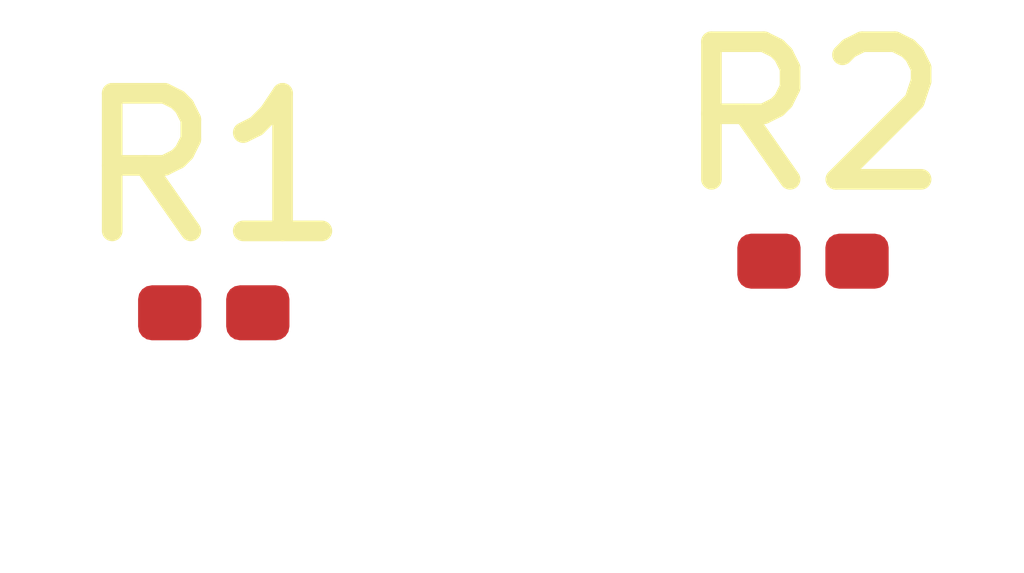
<source format=kicad_pcb>
(kicad_pcb (version 20171130) (host pcbnew 5.1.6-1.fc32)

  (general
    (thickness 1.6)
    (drawings 0)
    (tracks 0)
    (zones 0)
    (modules 2)
    (nets 3)
  )

  (page A4)
  (layers
    (0 F.Cu signal)
    (31 B.Cu signal)
    (32 B.Adhes user)
    (33 F.Adhes user)
    (34 B.Paste user)
    (35 F.Paste user)
    (36 B.SilkS user)
    (37 F.SilkS user)
    (38 B.Mask user)
    (39 F.Mask user)
    (40 Dwgs.User user)
    (41 Cmts.User user)
    (42 Eco1.User user)
    (43 Eco2.User user)
    (44 Edge.Cuts user)
    (45 Margin user)
    (46 B.CrtYd user)
    (47 F.CrtYd user)
    (48 B.Fab user)
    (49 F.Fab user)
  )

  (setup
    (last_trace_width 0.25)
    (trace_clearance 0.2)
    (zone_clearance 0.508)
    (zone_45_only no)
    (trace_min 0.2)
    (via_size 0.8)
    (via_drill 0.4)
    (via_min_size 0.4)
    (via_min_drill 0.3)
    (uvia_size 0.3)
    (uvia_drill 0.1)
    (uvias_allowed no)
    (uvia_min_size 0.2)
    (uvia_min_drill 0.1)
    (edge_width 0.05)
    (segment_width 0.2)
    (pcb_text_width 0.3)
    (pcb_text_size 1.5 1.5)
    (mod_edge_width 0.12)
    (mod_text_size 1 1)
    (mod_text_width 0.15)
    (pad_size 1.524 1.524)
    (pad_drill 0.762)
    (pad_to_mask_clearance 0.05)
    (aux_axis_origin 0 0)
    (visible_elements FFFFFF7F)
    (pcbplotparams
      (layerselection 0x010fc_ffffffff)
      (usegerberextensions false)
      (usegerberattributes true)
      (usegerberadvancedattributes true)
      (creategerberjobfile true)
      (excludeedgelayer true)
      (linewidth 0.100000)
      (plotframeref false)
      (viasonmask false)
      (mode 1)
      (useauxorigin false)
      (hpglpennumber 1)
      (hpglpenspeed 20)
      (hpglpendiameter 15.000000)
      (psnegative false)
      (psa4output false)
      (plotreference true)
      (plotvalue true)
      (plotinvisibletext false)
      (padsonsilk false)
      (subtractmaskfromsilk false)
      (outputformat 1)
      (mirror false)
      (drillshape 1)
      (scaleselection 1)
      (outputdirectory ""))
  )

  (net 0 "")
  (net 1 GND)
  (net 2 VIN)

  (net_class Default "This is the default net class."
    (clearance 0.2)
    (trace_width 0.25)
    (via_dia 0.8)
    (via_drill 0.4)
    (uvia_dia 0.3)
    (uvia_drill 0.1)
    (add_net GND)
    (add_net VIN)
  )

  (module Resistor_SMD:R_0201_0603Metric (layer F.Cu) (tedit 5B301BBD) (tstamp 5F17A0CD)
    (at 145.505001 91.815001)
    (descr "Resistor SMD 0201 (0603 Metric), square (rectangular) end terminal, IPC_7351 nominal, (Body size source: https://www.vishay.com/docs/20052/crcw0201e3.pdf), generated with kicad-footprint-generator")
    (tags resistor)
    (path /top/15345862375907917323)
    (attr smd)
    (fp_text reference R1 (at 0 -1.05) (layer F.SilkS)
      (effects (font (size 1 1) (thickness 0.15)))
    )
    (fp_text value 100 (at 0 1.05) (layer F.Fab)
      (effects (font (size 1 1) (thickness 0.15)))
    )
    (fp_line (start 0.7 0.35) (end -0.7 0.35) (layer F.CrtYd) (width 0.05))
    (fp_line (start 0.7 -0.35) (end 0.7 0.35) (layer F.CrtYd) (width 0.05))
    (fp_line (start -0.7 -0.35) (end 0.7 -0.35) (layer F.CrtYd) (width 0.05))
    (fp_line (start -0.7 0.35) (end -0.7 -0.35) (layer F.CrtYd) (width 0.05))
    (fp_line (start 0.3 0.15) (end -0.3 0.15) (layer F.Fab) (width 0.1))
    (fp_line (start 0.3 -0.15) (end 0.3 0.15) (layer F.Fab) (width 0.1))
    (fp_line (start -0.3 -0.15) (end 0.3 -0.15) (layer F.Fab) (width 0.1))
    (fp_line (start -0.3 0.15) (end -0.3 -0.15) (layer F.Fab) (width 0.1))
    (fp_text user %R (at 0 -0.68) (layer F.Fab)
      (effects (font (size 0.25 0.25) (thickness 0.04)))
    )
    (pad "" smd roundrect (at -0.345 0) (size 0.318 0.36) (layers F.Paste) (roundrect_rratio 0.25))
    (pad "" smd roundrect (at 0.345 0) (size 0.318 0.36) (layers F.Paste) (roundrect_rratio 0.25))
    (pad 1 smd roundrect (at -0.32 0) (size 0.46 0.4) (layers F.Cu F.Mask) (roundrect_rratio 0.25)
      (net 1 GND))
    (pad 2 smd roundrect (at 0.32 0) (size 0.46 0.4) (layers F.Cu F.Mask) (roundrect_rratio 0.25)
      (net 2 VIN))
    (model ${KISYS3DMOD}/Resistor_SMD.3dshapes/R_0201_0603Metric.wrl
      (at (xyz 0 0 0))
      (scale (xyz 1 1 1))
      (rotate (xyz 0 0 0))
    )
  )

  (module Resistor_SMD:R_0201_0603Metric (layer F.Cu) (tedit 5B301BBD) (tstamp 5F17A0DE)
    (at 149.86 91.44)
    (descr "Resistor SMD 0201 (0603 Metric), square (rectangular) end terminal, IPC_7351 nominal, (Body size source: https://www.vishay.com/docs/20052/crcw0201e3.pdf), generated with kicad-footprint-generator")
    (tags resistor)
    (path /top/18318530125424771682)
    (attr smd)
    (fp_text reference R2 (at 0 -1.05) (layer F.SilkS)
      (effects (font (size 1 1) (thickness 0.15)))
    )
    (fp_text value 220 (at 0 1.05) (layer F.Fab)
      (effects (font (size 1 1) (thickness 0.15)))
    )
    (fp_text user %R (at 0 -0.68) (layer F.Fab)
      (effects (font (size 0.25 0.25) (thickness 0.04)))
    )
    (fp_line (start -0.3 0.15) (end -0.3 -0.15) (layer F.Fab) (width 0.1))
    (fp_line (start -0.3 -0.15) (end 0.3 -0.15) (layer F.Fab) (width 0.1))
    (fp_line (start 0.3 -0.15) (end 0.3 0.15) (layer F.Fab) (width 0.1))
    (fp_line (start 0.3 0.15) (end -0.3 0.15) (layer F.Fab) (width 0.1))
    (fp_line (start -0.7 0.35) (end -0.7 -0.35) (layer F.CrtYd) (width 0.05))
    (fp_line (start -0.7 -0.35) (end 0.7 -0.35) (layer F.CrtYd) (width 0.05))
    (fp_line (start 0.7 -0.35) (end 0.7 0.35) (layer F.CrtYd) (width 0.05))
    (fp_line (start 0.7 0.35) (end -0.7 0.35) (layer F.CrtYd) (width 0.05))
    (pad 2 smd roundrect (at 0.32 0) (size 0.46 0.4) (layers F.Cu F.Mask) (roundrect_rratio 0.25)
      (net 2 VIN))
    (pad 1 smd roundrect (at -0.32 0) (size 0.46 0.4) (layers F.Cu F.Mask) (roundrect_rratio 0.25)
      (net 1 GND))
    (pad "" smd roundrect (at 0.345 0) (size 0.318 0.36) (layers F.Paste) (roundrect_rratio 0.25))
    (pad "" smd roundrect (at -0.345 0) (size 0.318 0.36) (layers F.Paste) (roundrect_rratio 0.25))
    (model ${KISYS3DMOD}/Resistor_SMD.3dshapes/R_0201_0603Metric.wrl
      (at (xyz 0 0 0))
      (scale (xyz 1 1 1))
      (rotate (xyz 0 0 0))
    )
  )

)

</source>
